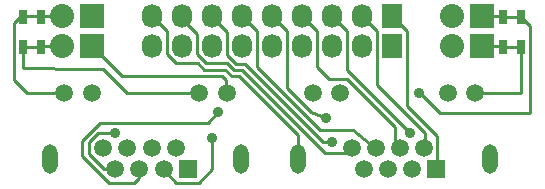
<source format=gbl>
G04 #@! TF.FileFunction,Copper,L2,Bot,Signal*
%FSLAX46Y46*%
G04 Gerber Fmt 4.6, Leading zero omitted, Abs format (unit mm)*
G04 Created by KiCad (PCBNEW (2015-01-08 BZR 5360)-product) date 2015-02-07T22:50:42 CET*
%MOMM*%
G01*
G04 APERTURE LIST*
%ADD10C,0.150000*%
%ADD11R,2.032000X2.032000*%
%ADD12O,2.032000X2.032000*%
%ADD13R,1.727200X2.032000*%
%ADD14O,1.727200X2.032000*%
%ADD15R,0.635000X1.143000*%
%ADD16R,1.500000X1.500000*%
%ADD17C,1.500000*%
%ADD18O,1.300000X2.500000*%
%ADD19C,0.889000*%
%ADD20C,0.254000*%
G04 APERTURE END LIST*
D10*
D11*
X67305000Y-62145000D03*
D12*
X64765000Y-62145000D03*
D11*
X67305000Y-64685000D03*
D12*
X64765000Y-64685000D03*
D13*
X92705000Y-64685000D03*
D14*
X90165000Y-64685000D03*
X87625000Y-64685000D03*
X85085000Y-64685000D03*
X82545000Y-64685000D03*
X80005000Y-64685000D03*
X77465000Y-64685000D03*
X74925000Y-64685000D03*
X72385000Y-64685000D03*
D11*
X100325000Y-64685000D03*
D12*
X97785000Y-64685000D03*
D13*
X92705000Y-62145000D03*
D14*
X90165000Y-62145000D03*
X87625000Y-62145000D03*
X85085000Y-62145000D03*
X82545000Y-62145000D03*
X80005000Y-62145000D03*
X77465000Y-62145000D03*
X74925000Y-62145000D03*
X72385000Y-62145000D03*
D11*
X100325000Y-62145000D03*
D12*
X97785000Y-62145000D03*
D15*
X61468000Y-64770000D03*
X62992000Y-64770000D03*
X61468000Y-62230000D03*
X62992000Y-62230000D03*
X102108000Y-64770000D03*
X103632000Y-64770000D03*
X102108000Y-62230000D03*
X103632000Y-62230000D03*
D16*
X96400000Y-75080000D03*
D17*
X95380000Y-73300000D03*
X94360000Y-75080000D03*
X93340000Y-73300000D03*
X92320000Y-75080000D03*
X91300000Y-73300000D03*
X90280000Y-75080000D03*
X89260000Y-73300000D03*
D18*
X100930000Y-74190000D03*
X84730000Y-74190000D03*
D17*
X97400000Y-68620000D03*
X99690000Y-68620000D03*
X85970000Y-68620000D03*
X88260000Y-68620000D03*
D16*
X75370000Y-75080000D03*
D17*
X74350000Y-73300000D03*
X73330000Y-75080000D03*
X72310000Y-73300000D03*
X71290000Y-75080000D03*
X70270000Y-73300000D03*
X69250000Y-75080000D03*
X68230000Y-73300000D03*
D18*
X79900000Y-74190000D03*
X63700000Y-74190000D03*
D17*
X76370000Y-68620000D03*
X78660000Y-68620000D03*
X64940000Y-68620000D03*
X67230000Y-68620000D03*
D19*
X77465000Y-72432000D03*
X77973000Y-70273000D03*
X69210000Y-72051000D03*
X94229000Y-72051000D03*
X87117000Y-70781000D03*
X87561500Y-72813000D03*
X94991000Y-68622000D03*
D20*
X73325000Y-75150000D02*
X74417000Y-76242000D01*
X73325000Y-75095000D02*
X73325000Y-75150000D01*
X74417000Y-76242000D02*
X76322000Y-76242000D01*
X76322000Y-76242000D02*
X77465000Y-75099000D01*
X77465000Y-75099000D02*
X77465000Y-72432000D01*
X77084000Y-71162000D02*
X77973000Y-70273000D01*
X71285000Y-75818000D02*
X70861000Y-76242000D01*
X70861000Y-76242000D02*
X68702000Y-76242000D01*
X71285000Y-75095000D02*
X71285000Y-75818000D01*
X67940000Y-71162000D02*
X77084000Y-71162000D01*
X68702000Y-76242000D02*
X66416000Y-73956000D01*
X66416000Y-73956000D02*
X66416000Y-72686000D01*
X66416000Y-72686000D02*
X67940000Y-71162000D01*
X69245000Y-75095000D02*
X68317000Y-75095000D01*
X68317000Y-75095000D02*
X67051000Y-73829000D01*
X67051000Y-73829000D02*
X67051000Y-72813000D01*
X67051000Y-72813000D02*
X67813000Y-72051000D01*
X67813000Y-72051000D02*
X69210000Y-72051000D01*
X68168600Y-66590000D02*
X66802000Y-66590000D01*
X70217600Y-68639000D02*
X68168600Y-66590000D01*
X76320000Y-68639000D02*
X70217600Y-68639000D01*
X66802000Y-66590000D02*
X61468000Y-66548000D01*
X61468000Y-66548000D02*
X61468000Y-64770000D01*
X61468000Y-64770000D02*
X62992000Y-64770000D01*
X63077000Y-64685000D02*
X62992000Y-64770000D01*
X63077000Y-64685000D02*
X64765000Y-64685000D01*
X69794200Y-67174200D02*
X67305000Y-64685000D01*
X78610000Y-67506400D02*
X78277800Y-67174200D01*
X78277800Y-67174200D02*
X69794200Y-67174200D01*
X78610000Y-68639000D02*
X78610000Y-67506400D01*
X60706000Y-67564000D02*
X61762000Y-68620000D01*
X61762000Y-68620000D02*
X64940000Y-68620000D01*
X63077000Y-62145000D02*
X62992000Y-62230000D01*
X64765000Y-62145000D02*
X63077000Y-62145000D01*
X63077000Y-62145000D02*
X61553000Y-62145000D01*
X61468000Y-62230000D02*
X61553000Y-62145000D01*
X60706000Y-62738000D02*
X60706000Y-67564000D01*
X61214000Y-62230000D02*
X60706000Y-62738000D01*
X61468000Y-62230000D02*
X61214000Y-62230000D01*
X96515000Y-72305000D02*
X96515000Y-74945000D01*
X96515000Y-74945000D02*
X96365000Y-75095000D01*
X92705000Y-62145000D02*
X93975000Y-63415000D01*
X93975000Y-69765000D02*
X96515000Y-72305000D01*
X93975000Y-63415000D02*
X93975000Y-69765000D01*
X87625000Y-62145000D02*
X88895000Y-63415000D01*
X88895000Y-63415000D02*
X88895000Y-66717000D01*
X88895000Y-66717000D02*
X94229000Y-72051000D01*
X91435000Y-63415000D02*
X91435000Y-67987000D01*
X91435000Y-67987000D02*
X95499000Y-72051000D01*
X95499000Y-72051000D02*
X95499000Y-73161000D01*
X95499000Y-73161000D02*
X95345000Y-73315000D01*
X90165000Y-62145000D02*
X91435000Y-63415000D01*
X93305000Y-73315000D02*
X92959000Y-72969000D01*
X87371000Y-67479000D02*
X88895000Y-67479000D01*
X88895000Y-67479000D02*
X92959000Y-71543000D01*
X92959000Y-72969000D02*
X92959000Y-71543000D01*
X85085000Y-62145000D02*
X86355000Y-63415000D01*
X86355000Y-66463000D02*
X87371000Y-67479000D01*
X86355000Y-63415000D02*
X86355000Y-66463000D01*
X83815000Y-63415000D02*
X82545000Y-62145000D01*
X85847000Y-70273000D02*
X87117000Y-70781000D01*
X83815000Y-68241000D02*
X85847000Y-70273000D01*
X83815000Y-63415000D02*
X83815000Y-68241000D01*
X81275000Y-66463000D02*
X86609000Y-71797000D01*
X89403000Y-71797000D02*
X91265000Y-73315000D01*
X86609000Y-71797000D02*
X89403000Y-71797000D01*
X81275000Y-63415000D02*
X81275000Y-66463000D01*
X80005000Y-62145000D02*
X81275000Y-63415000D01*
X80195500Y-66145500D02*
X86863000Y-72813000D01*
X77465000Y-62208500D02*
X78735000Y-63478500D01*
X77465000Y-62145000D02*
X77465000Y-62208500D01*
X86863000Y-72813000D02*
X87561500Y-72813000D01*
X79497000Y-66145500D02*
X80195500Y-66145500D01*
X78735000Y-65383500D02*
X79497000Y-66145500D01*
X78735000Y-63478500D02*
X78735000Y-65383500D01*
X79979600Y-66666200D02*
X87015400Y-73702000D01*
X79293800Y-66666200D02*
X79979600Y-66666200D01*
X78735000Y-66107400D02*
X79293800Y-66666200D01*
X88879000Y-73702000D02*
X89262000Y-73319000D01*
X87015400Y-73702000D02*
X88879000Y-73702000D01*
X76957000Y-66107400D02*
X78735000Y-66107400D01*
X76195000Y-65345400D02*
X76957000Y-66107400D01*
X76195000Y-63592800D02*
X76195000Y-65345400D01*
X74925000Y-62322800D02*
X76195000Y-63592800D01*
X74925000Y-62145000D02*
X74925000Y-62322800D01*
X102023000Y-64685000D02*
X102108000Y-64770000D01*
X100325000Y-64685000D02*
X102023000Y-64685000D01*
X102108000Y-64770000D02*
X103632000Y-64770000D01*
X103632000Y-68580000D02*
X103592000Y-68620000D01*
X103592000Y-68620000D02*
X99690000Y-68620000D01*
X103632000Y-64770000D02*
X103632000Y-68580000D01*
X102023000Y-62145000D02*
X102108000Y-62230000D01*
X100325000Y-62145000D02*
X102023000Y-62145000D01*
X102108000Y-62230000D02*
X103632000Y-62230000D01*
X95038000Y-68622000D02*
X96774000Y-70358000D01*
X96774000Y-70358000D02*
X104394000Y-70358000D01*
X104394000Y-70358000D02*
X104394000Y-62992000D01*
X104394000Y-62992000D02*
X103632000Y-62230000D01*
X94991000Y-68622000D02*
X95038000Y-68622000D01*
X84732000Y-72180600D02*
X79751000Y-67199600D01*
X79751000Y-67199600D02*
X79090600Y-67199600D01*
X79090600Y-67199600D02*
X78531800Y-66640800D01*
X78531800Y-66640800D02*
X76753800Y-66640800D01*
X76753800Y-66640800D02*
X76220400Y-66107400D01*
X84577000Y-74087000D02*
X84695000Y-74205000D01*
X76220400Y-66107400D02*
X74417000Y-66107400D01*
X74417000Y-66107400D02*
X73655000Y-65345400D01*
X84732000Y-74209000D02*
X84732000Y-72180600D01*
X73655000Y-65345400D02*
X73655000Y-63415000D01*
X73655000Y-63415000D02*
X72385000Y-62145000D01*
M02*

</source>
